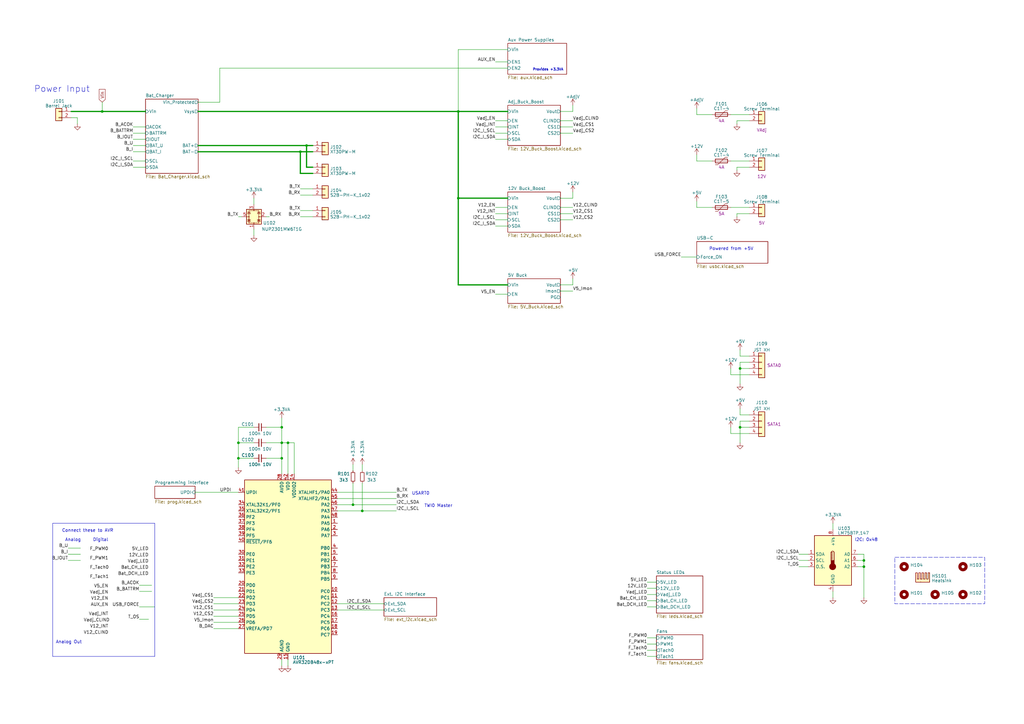
<source format=kicad_sch>
(kicad_sch (version 20230121) (generator eeschema)
  (paper "A3")
  (lib_symbols
    (symbol "+12V_1" (power) (pin_names (offset 0))
      (property "Value" "+AdjV" (at 0 3.5019 0))
      (symbol "+12V_1_0_1"
        (polyline (pts (xy -0.762 1.27) (xy 0 2.54)))
        (polyline (pts (xy 0 0) (xy 0 2.54)))
        (polyline (pts (xy 0 2.54) (xy 0.762 1.27)))
      )
      (symbol "+12V_1_1_1"
        (pin power_in line (at 0 0 90) (length 0) hide (name "+AdjV") (number "1"))
      )
    )
    (symbol "Connector_Generic:Conn_01x02" (pin_names (offset 1.016) hide)
      (property "Reference" "J" (at 0 2.54 0))
      (property "Value" "Conn_01x02" (at 0 -5.08 0))
      (symbol "Conn_01x02_1_1"
        (rectangle (start -1.27 -2.413) (end 0 -2.667) (stroke (width 0.1524)))
        (rectangle (start -1.27 0.127) (end 0 -0.127) (stroke (width 0.1524)))
        (rectangle (start -1.27 1.27) (end 1.27 -3.81) (stroke (width 0.254)) (fill (type background)))
        (pin passive line (at -5.08 0 0) (length 3.81) (name "Pin_1") (number "1"))
        (pin passive line (at -5.08 -2.54 0) (length 3.81) (name "Pin_2") (number "2"))
      )
    )
    (symbol "Connector_Generic:Conn_01x04" (pin_names (offset 1.016) hide)
      (property "Reference" "J" (at 0 5.08 0))
      (property "Value" "Conn_01x04" (at 0 -7.62 0))
      (symbol "Conn_01x04_1_1"
        (rectangle (start -1.27 -4.953) (end 0 -5.207) (stroke (width 0.1524)))
        (rectangle (start -1.27 -2.413) (end 0 -2.667) (stroke (width 0.1524)))
        (rectangle (start -1.27 0.127) (end 0 -0.127) (stroke (width 0.1524)))
        (rectangle (start -1.27 2.667) (end 0 2.413) (stroke (width 0.1524)))
        (rectangle (start -1.27 3.81) (end 1.27 -6.35) (stroke (width 0.254)) (fill (type background)))
        (pin passive line (at -5.08 2.54 0) (length 3.81) (name "Pin_1") (number "1"))
        (pin passive line (at -5.08 0 0) (length 3.81) (name "Pin_2") (number "2"))
        (pin passive line (at -5.08 -2.54 0) (length 3.81) (name "Pin_3") (number "3"))
        (pin passive line (at -5.08 -5.08 0) (length 3.81) (name "Pin_4") (number "4"))
      )
    )
    (symbol "Device:C_Small" (pin_numbers hide) (pin_names (offset 0.254) hide)
      (property "Reference" "C" (at 0.254 1.778 0))
      (property "Value" "C_Small" (at 0.254 -2.032 0))
      (symbol "C_Small_0_1"
        (polyline (pts (xy -1.524 -0.508) (xy 1.524 -0.508)) (stroke (width 0.3302)))
        (polyline (pts (xy -1.524 0.508) (xy 1.524 0.508)) (stroke (width 0.3048)))
      )
      (symbol "C_Small_1_1"
        (pin passive line (at 0 2.54 270) (length 2.032) (name "~") (number "1"))
        (pin passive line (at 0 -2.54 90) (length 2.032) (name "~") (number "2"))
      )
    )
    (symbol "Device:Polyfuse" (pin_numbers hide) (pin_names (offset 0))
      (property "Reference" "F" (at -2.54 0 90))
      (property "Value" "Polyfuse" (at 2.54 0 90))
      (symbol "Polyfuse_0_1"
        (rectangle (start -0.762 2.54) (end 0.762 -2.54) (stroke (width 0.254)))
        (polyline (pts (xy 0 2.54) (xy 0 -2.54)))
        (polyline (pts (xy -1.524 2.54) (xy -1.524 1.524) (xy 1.524 -1.524) (xy 1.524 -2.54)))
      )
      (symbol "Polyfuse_1_1"
        (pin passive line (at 0 3.81 270) (length 1.27) (name "~") (number "1"))
        (pin passive line (at 0 -3.81 90) (length 1.27) (name "~") (number "2"))
      )
    )
    (symbol "Device:R_Small" (pin_numbers hide) (pin_names (offset 0.254) hide)
      (property "Reference" "R" (at 0.762 0.508 0))
      (property "Value" "R_Small" (at 0.762 -1.016 0))
      (symbol "R_Small_0_1"
        (rectangle (start -0.762 1.778) (end 0.762 -1.778) (stroke (width 0.2032)))
      )
      (symbol "R_Small_1_1"
        (pin passive line (at 0 2.54 270) (length 0.762) (name "~") (number "1"))
        (pin passive line (at 0 -2.54 90) (length 0.762) (name "~") (number "2"))
      )
    )
    (symbol "MCU_Microchip_AVR_Dx:AVR32DB48x-xPT"
      (property "Reference" "U" (at -17.78 36.83 0))
      (property "Value" "AVR32DB48x-xPT" (at 5.08 -36.83 0))
      (symbol "AVR32DB48x-xPT_0_1"
        (rectangle (start -17.78 35.56) (end 17.78 -35.56) (stroke (width 0.254)) (fill (type background)))
      )
      (symbol "AVR32DB48x-xPT_1_1"
        (pin bidirectional line (at 20.32 17.78 180) (length 2.54) (name "PA5") (number "1"))
        (pin bidirectional line (at 20.32 -10.16 180) (length 2.54) (name "PC0") (number "10"))
        (pin bidirectional line (at 20.32 -12.7 180) (length 2.54) (name "PC1") (number "11"))
        (pin bidirectional line (at 20.32 -15.24 180) (length 2.54) (name "PC2") (number "12"))
        (pin bidirectional line (at 20.32 -17.78 180) (length 2.54) (name "PC3") (number "13"))
        (pin power_in line (at 2.54 38.1 270) (length 2.54) (name "VDDIO2") (number "14"))
        (pin power_in line (at 0 -38.1 90) (length 2.54) (name "GND") (number "15"))
        (pin bidirectional line (at 20.32 -20.32 180) (length 2.54) (name "PC4") (number "16"))
        (pin bidirectional line (at 20.32 -22.86 180) (length 2.54) (name "PC5") (number "17"))
        (pin bidirectional line (at 20.32 -25.4 180) (length 2.54) (name "PC6") (number "18"))
        (pin bidirectional line (at 20.32 -27.94 180) (length 2.54) (name "PC7") (number "19"))
        (pin bidirectional line (at 20.32 15.24 180) (length 2.54) (name "PA6") (number "2"))
        (pin bidirectional line (at -20.32 -7.62 0) (length 2.54) (name "PD0") (number "20"))
        (pin bidirectional line (at -20.32 -10.16 0) (length 2.54) (name "PD1") (number "21"))
        (pin bidirectional line (at -20.32 -12.7 0) (length 2.54) (name "PD2") (number "22"))
        (pin bidirectional line (at -20.32 -15.24 0) (length 2.54) (name "PD3") (number "23"))
        (pin bidirectional line (at -20.32 -17.78 0) (length 2.54) (name "PD4") (number "24"))
        (pin bidirectional line (at -20.32 -20.32 0) (length 2.54) (name "PD5") (number "25"))
        (pin bidirectional line (at -20.32 -22.86 0) (length 2.54) (name "PD6") (number "26"))
        (pin bidirectional line (at -20.32 -25.4 0) (length 2.54) (name "VREFA/PD7") (number "27"))
        (pin power_in line (at -2.54 38.1 270) (length 2.54) (name "AVDD") (number "28"))
        (pin power_in line (at -2.54 -38.1 90) (length 2.54) (name "AGND") (number "29"))
        (pin bidirectional line (at 20.32 12.7 180) (length 2.54) (name "PA7") (number "3"))
        (pin bidirectional line (at -20.32 5.08 0) (length 2.54) (name "PE0") (number "30"))
        (pin bidirectional line (at -20.32 2.54 0) (length 2.54) (name "PE1") (number "31"))
        (pin bidirectional line (at -20.32 0 0) (length 2.54) (name "PE2") (number "32"))
        (pin bidirectional line (at -20.32 -2.54 0) (length 2.54) (name "PE3") (number "33"))
        (pin bidirectional line (at -20.32 25.4 0) (length 2.54) (name "XTAL32K1/PF0") (number "34"))
        (pin bidirectional line (at -20.32 22.86 0) (length 2.54) (name "XTAL32K2/PF1") (number "35"))
        (pin bidirectional line (at -20.32 20.32 0) (length 2.54) (name "PF2") (number "36"))
        (pin bidirectional line (at -20.32 17.78 0) (length 2.54) (name "PF3") (number "37"))
        (pin bidirectional line (at -20.32 15.24 0) (length 2.54) (name "PF4") (number "38"))
        (pin bidirectional line (at -20.32 12.7 0) (length 2.54) (name "PF5") (number "39"))
        (pin bidirectional line (at 20.32 7.62 180) (length 2.54) (name "PB0") (number "4"))
        (pin bidirectional line (at -20.32 10.16 0) (length 2.54) (name "~{RESET}/PF6") (number "40"))
        (pin input line (at -20.32 30.48 0) (length 2.54) (name "UPDI") (number "41"))
        (pin power_in line (at 0 38.1 270) (length 2.54) (name "VDD") (number "42"))
        (pin passive line (at 0 -38.1 90) (length 2.54) hide (name "GND") (number "43"))
        (pin bidirectional line (at 20.32 30.48 180) (length 2.54) (name "XTALHF1/PA0") (number "44"))
        (pin bidirectional line (at 20.32 27.94 180) (length 2.54) (name "XTALHF2/PA1") (number "45"))
        (pin bidirectional line (at 20.32 25.4 180) (length 2.54) (name "PA2") (number "46"))
        (pin bidirectional line (at 20.32 22.86 180) (length 2.54) (name "PA3") (number "47"))
        (pin bidirectional line (at 20.32 20.32 180) (length 2.54) (name "PA4") (number "48"))
        (pin bidirectional line (at 20.32 5.08 180) (length 2.54) (name "PB1") (number "5"))
        (pin bidirectional line (at 20.32 2.54 180) (length 2.54) (name "PB2") (number "6"))
        (pin bidirectional line (at 20.32 0 180) (length 2.54) (name "PB3") (number "7"))
        (pin bidirectional line (at 20.32 -2.54 180) (length 2.54) (name "PB4") (number "8"))
        (pin bidirectional line (at 20.32 -5.08 180) (length 2.54) (name "PB5") (number "9"))
      )
    )
    (symbol "Mechanical:Heatsink" (pin_names (offset 1.016))
      (property "Reference" "HS" (at 0 5.08 0))
      (property "Value" "Heatsink" (at 0 -1.27 0))
      (symbol "Heatsink_0_1"
        (polyline (pts (xy -0.3302 1.27) (xy -0.9652 1.27) (xy -0.9652 3.81) (xy -1.6002 3.81) (xy -1.6002 1.27) (xy -2.2352 1.27) (xy -2.2352 3.81) (xy -2.8702 3.81) (xy -2.8702 0) (xy -0.9652 0)) (stroke (width 0.254)) (fill (type background)))
        (polyline (pts (xy -0.3302 1.27) (xy -0.3302 3.81) (xy 0.3048 3.81) (xy 0.3048 1.27) (xy 0.9398 1.27) (xy 0.9398 3.81) (xy 1.5748 3.81) (xy 1.5748 1.27) (xy 2.2098 1.27) (xy 2.2098 3.81) (xy 2.8448 3.81) (xy 2.8448 0) (xy -0.9652 0)) (stroke (width 0.254)) (fill (type background)))
      )
    )
    (symbol "Mechanical:MountingHole" (pin_names (offset 1.016))
      (property "Reference" "H" (at 0 5.08 0))
      (property "Value" "MountingHole" (at 0 3.175 0))
      (symbol "MountingHole_0_1"
        (circle (center 0 0) (radius 1.27) (stroke (width 1.27)))
      )
    )
    (symbol "OpenUPS_ups:NUP2301MW6T1G"
      (property "Reference" "U" (at 2.54 1.27 0))
      (property "Value" "NUP2301MW6T1G" (at 8.89 -8.89 0))
      (symbol "NUP2301MW6T1G_0_1"
        (rectangle (start -3.048 -0.762) (end 3.048 -6.858) (stroke (width 0.254)) (fill (type background)))
        (circle (center -2.032 -3.81) (radius 0.127))
        (circle (center -2.032 -3.81) (radius 0.127))
        (circle (center 0 -6.35) (radius 0.127))
        (circle (center 0 -1.27) (radius 0.127))
        (polyline (pts (xy -2.667 -5.08) (xy -1.397 -5.08)))
        (polyline (pts (xy -2.667 -5.08) (xy -1.397 -5.08)))
        (polyline (pts (xy -2.667 -1.905) (xy -1.397 -1.905)))
        (polyline (pts (xy -2.54 -3.81) (xy -2.032 -3.81)))
        (polyline (pts (xy -2.032 -6.35) (xy -2.032 -4.445)))
        (polyline (pts (xy -2.032 -6.35) (xy -2.032 -4.445)))
        (polyline (pts (xy -2.032 -3.175) (xy -2.032 -4.445)))
        (polyline (pts (xy -2.032 -3.175) (xy -2.032 -1.27)))
        (polyline (pts (xy -2.032 -1.27) (xy 2.032 -1.27)))
        (polyline (pts (xy 1.397 -5.08) (xy 2.667 -5.08)))
        (polyline (pts (xy 1.397 -5.08) (xy 2.667 -5.08)))
        (polyline (pts (xy 1.397 -1.905) (xy 2.667 -1.905)))
        (polyline (pts (xy 2.032 -6.35) (xy -2.032 -6.35)))
        (polyline (pts (xy 2.032 -6.35) (xy 2.032 -4.445)))
        (polyline (pts (xy 2.032 -6.35) (xy 2.032 -4.445)))
        (polyline (pts (xy 2.032 -3.81) (xy 2.54 -3.81)))
        (polyline (pts (xy 2.032 -3.175) (xy 2.032 -4.445)))
        (polyline (pts (xy 2.032 -3.175) (xy 2.032 -1.27)))
        (polyline (pts (xy -2.667 -5.715) (xy -1.397 -5.715) (xy -2.032 -5.08) (xy -2.667 -5.715)))
        (polyline (pts (xy -2.667 -2.54) (xy -1.397 -2.54) (xy -2.032 -1.905) (xy -2.667 -2.54)))
        (polyline (pts (xy 1.397 -5.715) (xy 2.667 -5.715) (xy 2.032 -5.08) (xy 1.397 -5.715)))
        (polyline (pts (xy 1.397 -2.54) (xy 2.667 -2.54) (xy 2.032 -1.905) (xy 1.397 -2.54)))
        (circle (center 2.032 -3.81) (radius 0.127))
        (circle (center 2.032 -3.81) (radius 0.127))
      )
      (symbol "NUP2301MW6T1G_1_1"
        (pin passive line (at 0 -8.89 90) (length 2.54) (name "~") (number "1"))
        (pin passive line (at -5.08 -3.81 0) (length 2.54) (name "~") (number "2"))
        (pin passive line (at 0 1.27 270) (length 2.54) (name "~") (number "3"))
        (pin no_connect line (at 1.27 -1.27 270) (length 2.54) hide (name "~") (number "4"))
        (pin passive line (at 5.08 -3.81 180) (length 2.54) (name "~") (number "5"))
        (pin no_connect line (at 0 -6.35 90) (length 2.54) hide (name "~") (number "6"))
      )
    )
    (symbol "Sensor_Temperature:LM75B"
      (property "Reference" "U" (at -6.35 11.43 0))
      (property "Value" "LM75B" (at 0 11.43 0))
      (symbol "LM75B_0_1"
        (rectangle (start -7.62 10.16) (end 7.62 -10.16) (stroke (width 0.254)) (fill (type background)))
        (circle (center -0.127 -2.54) (radius 1.27) (stroke (width 0.254)) (fill (type outline)))
        (polyline (pts (xy -0.762 0.635) (xy -0.127 0.635)) (stroke (width 0.254)))
        (polyline (pts (xy -0.762 1.27) (xy -0.127 1.27)) (stroke (width 0.254)))
        (polyline (pts (xy -0.762 1.905) (xy -0.127 1.905)) (stroke (width 0.254)))
        (polyline (pts (xy -0.762 2.54) (xy -0.127 2.54)) (stroke (width 0.254)))
        (polyline (pts (xy -0.762 3.175) (xy -0.762 0)) (stroke (width 0.254)))
        (polyline (pts (xy -0.762 3.175) (xy -0.127 3.175)) (stroke (width 0.254)))
        (polyline (pts (xy 0.508 3.175) (xy 0.508 0)) (stroke (width 0.254)))
        (rectangle (start 0.508 -1.905) (end -0.762 0) (stroke (width 0.254)) (fill (type outline)))
        (arc (start 0.508 3.175) (mid -0.127 3.8073) (end -0.762 3.175) (stroke (width 0.254)))
      )
      (symbol "LM75B_1_1"
        (pin bidirectional line (at -10.16 2.54 0) (length 2.54) (name "SDA") (number "1"))
        (pin input line (at -10.16 0 0) (length 2.54) (name "SCL") (number "2"))
        (pin open_collector line (at -10.16 -2.54 0) (length 2.54) (name "O.S.") (number "3"))
        (pin power_in line (at 0 -12.7 90) (length 2.54) (name "GND") (number "4"))
        (pin input line (at 10.16 -2.54 180) (length 2.54) (name "A2") (number "5"))
        (pin input line (at 10.16 0 180) (length 2.54) (name "A1") (number "6"))
        (pin input line (at 10.16 2.54 180) (length 2.54) (name "A0") (number "7"))
        (pin power_in line (at 0 12.7 270) (length 2.54) (name "+Vs") (number "8"))
      )
    )
    (symbol "power:+12V" (power) (pin_names (offset 0))
      (property "Value" "+12V" (at 0 3.556 0))
      (symbol "+12V_0_1"
        (polyline (pts (xy -0.762 1.27) (xy 0 2.54)))
        (polyline (pts (xy 0 0) (xy 0 2.54)))
        (polyline (pts (xy 0 2.54) (xy 0.762 1.27)))
      )
      (symbol "+12V_1_1"
        (pin power_in line (at 0 0 90) (length 0) hide (name "+12V") (number "1"))
      )
    )
    (symbol "power:+3.3VA" (power) (pin_names (offset 0))
      (property "Value" "+3.3VA" (at 0 3.556 0))
      (symbol "+3.3VA_0_1"
        (polyline (pts (xy -0.762 1.27) (xy 0 2.54)))
        (polyline (pts (xy 0 0) (xy 0 2.54)))
        (polyline (pts (xy 0 2.54) (xy 0.762 1.27)))
      )
      (symbol "+3.3VA_1_1"
        (pin power_in line (at 0 0 90) (length 0) hide (name "+3.3VA") (number "1"))
      )
    )
    (symbol "power:+5V" (power) (pin_names (offset 0))
      (property "Value" "+5V" (at 0 3.556 0))
      (symbol "+5V_0_1"
        (polyline (pts (xy -0.762 1.27) (xy 0 2.54)))
        (polyline (pts (xy 0 0) (xy 0 2.54)))
        (polyline (pts (xy 0 2.54) (xy 0.762 1.27)))
      )
      (symbol "+5V_1_1"
        (pin power_in line (at 0 0 90) (length 0) hide (name "+5V") (number "1"))
      )
    )
    (symbol "power:GND" (power) (pin_names (offset 0))
      (property "Value" "GND" (at 0 -3.81 0))
      (symbol "GND_0_1"
        (polyline (pts (xy 0 0) (xy 0 -1.27) (xy 1.27 -1.27) (xy 0 -2.54) (xy -1.27 -1.27) (xy 0 -1.27)))
      )
      (symbol "GND_1_1"
        (pin power_in line (at 0 0 270) (length 0) hide (name "GND") (number "1"))
      )
    )
  )
  (junction (at 148.59 209.55))
  (junction (at 354.33 232.41))
  (junction (at 115.57 181.61))
  (junction (at 97.79 181.61))
  (junction (at 144.78 207.01))
  (junction (at 97.79 187.96))
  (junction (at 41.91 45.72))
  (junction (at 187.96 45.72))
  (junction (at 303.53 151.13))
  (junction (at 354.33 229.87))
  (junction (at 303.53 175.26))
  (junction (at 187.96 81.28))
  (junction (at 115.57 187.96))
  (junction (at 115.57 175.26))
  (junction (at 118.11 181.61))
  (junction (at 125.73 59.69))
  (junction (at 123.19 62.23))
  (wire (pts (xy 87.63 257.81) (xy 97.79 257.81)))
  (wire (pts (xy 87.63 250.19) (xy 97.79 250.19)))
  (wire (pts (xy 187.96 45.72) (xy 208.28 45.72)) (stroke (width 0.5)))
  (wire (pts (xy 351.79 229.87) (xy 354.33 229.87)))
  (wire (pts (xy 123.19 80.01) (xy 128.27 80.01)))
  (wire (pts (xy 208.28 116.84) (xy 187.96 116.84)) (stroke (width 0.5)))
  (wire (pts (xy 354.33 232.41) (xy 354.33 245.11)))
  (wire (pts (xy 208.28 81.28) (xy 187.96 81.28)) (stroke (width 0.5)))
  (wire (pts (xy 54.61 62.23) (xy 59.69 62.23)))
  (wire (pts (xy 81.28 59.69) (xy 125.73 59.69)) (stroke (width 0.5)))
  (wire (pts (xy 123.19 62.23) (xy 128.27 62.23)) (stroke (width 0.5)))
  (wire (pts (xy 203.2 49.53) (xy 208.28 49.53)))
  (wire (pts (xy 203.2 87.63) (xy 208.28 87.63)))
  (wire (pts (xy 148.59 198.12) (xy 148.59 209.55)))
  (wire (pts (xy 234.95 78.74) (xy 234.95 81.28)))
  (wire (pts (xy 87.63 245.11) (xy 97.79 245.11)))
  (wire (pts (xy 54.61 52.07) (xy 59.69 52.07)))
  (wire (pts (xy 104.14 175.26) (xy 97.79 175.26)))
  (wire (pts (xy 41.91 41.91) (xy 41.91 45.72)))
  (wire (pts (xy 265.43 241.3) (xy 269.24 241.3)))
  (wire (pts (xy 90.17 41.91) (xy 90.17 27.94)))
  (wire (pts (xy 138.43 204.47) (xy 162.56 204.47)))
  (wire (pts (xy 138.43 247.65) (xy 157.48 247.65)))
  (wire (pts (xy 303.53 170.18) (xy 303.53 167.64)))
  (wire (pts (xy 265.43 248.92) (xy 269.24 248.92)))
  (wire (pts (xy 265.43 243.84) (xy 269.24 243.84)))
  (wire (pts (xy 341.63 214.63) (xy 341.63 217.17)))
  (wire (pts (xy 54.61 66.04) (xy 59.69 66.04)))
  (wire (pts (xy 54.61 68.58) (xy 59.69 68.58)))
  (wire (pts (xy 303.53 148.59) (xy 303.53 151.13)))
  (wire (pts (xy 27.94 227.33) (xy 33.02 227.33)))
  (wire (pts (xy 120.65 181.61) (xy 120.65 194.31)))
  (wire (pts (xy 351.79 227.33) (xy 354.33 227.33)))
  (wire (pts (xy 307.34 87.63) (xy 302.26 87.63)))
  (wire (pts (xy 229.87 119.38) (xy 234.95 119.38)))
  (wire (pts (xy 303.53 151.13) (xy 303.53 157.48)))
  (wire (pts (xy 109.22 187.96) (xy 115.57 187.96)))
  (wire (pts (xy 234.95 87.63) (xy 229.87 87.63)))
  (wire (pts (xy 187.96 116.84) (xy 187.96 81.28)) (stroke (width 0.5)))
  (wire (pts (xy 148.59 209.55) (xy 162.56 209.55)))
  (wire (pts (xy 138.43 250.19) (xy 157.48 250.19)))
  (wire (pts (xy 148.59 190.5) (xy 148.59 193.04)))
  (wire (pts (xy 27.94 229.87) (xy 33.02 229.87)))
  (wire (pts (xy 302.26 68.58) (xy 302.26 69.85)))
  (wire (pts (xy 203.2 92.71) (xy 208.28 92.71)))
  (wire (pts (xy 307.34 66.04) (xy 299.72 66.04)))
  (wire (pts (xy 265.43 264.16) (xy 269.24 264.16)))
  (wire (pts (xy 327.66 232.41) (xy 331.47 232.41)))
  (wire (pts (xy 307.34 49.53) (xy 302.26 49.53)))
  (wire (pts (xy 125.73 68.58) (xy 125.73 59.69)) (stroke (width 0.5)))
  (wire (pts (xy 123.19 88.9) (xy 128.27 88.9)))
  (wire (pts (xy 120.65 181.61) (xy 118.11 181.61)))
  (wire (pts (xy 299.72 151.13) (xy 299.72 153.67)))
  (wire (pts (xy 31.75 48.26) (xy 31.75 50.8)))
  (wire (pts (xy 104.14 93.98) (xy 104.14 96.52)))
  (wire (pts (xy 57.15 248.92) (xy 63.5 248.92)))
  (wire (pts (xy 234.95 85.09) (xy 229.87 85.09)))
  (wire (pts (xy 203.2 25.4) (xy 208.28 25.4)))
  (wire (pts (xy 269.24 266.7) (xy 265.43 266.7)))
  (wire (pts (xy 234.95 114.3) (xy 234.95 116.84)))
  (wire (pts (xy 118.11 270.51) (xy 118.11 273.05)))
  (wire (pts (xy 57.15 240.03) (xy 62.23 240.03)))
  (wire (pts (xy 27.94 224.79) (xy 33.02 224.79)))
  (wire (pts (xy 125.73 59.69) (xy 128.27 59.69)) (stroke (width 0.5)))
  (wire (pts (xy 123.19 71.12) (xy 123.19 62.23)) (stroke (width 0.5)))
  (wire (pts (xy 208.28 20.32) (xy 187.96 20.32)))
  (wire (pts (xy 265.43 261.62) (xy 269.24 261.62)))
  (wire (pts (xy 104.14 81.28) (xy 104.14 83.82)))
  (wire (pts (xy 234.95 52.07) (xy 229.87 52.07)))
  (wire (pts (xy 115.57 181.61) (xy 118.11 181.61)))
  (wire (pts (xy 109.22 88.9) (xy 110.49 88.9)))
  (wire (pts (xy 307.34 153.67) (xy 299.72 153.67)))
  (wire (pts (xy 128.27 68.58) (xy 125.73 68.58)) (stroke (width 0.5)))
  (wire (pts (xy 138.43 207.01) (xy 144.78 207.01)))
  (wire (pts (xy 351.79 232.41) (xy 354.33 232.41)))
  (wire (pts (xy 81.28 62.23) (xy 123.19 62.23)) (stroke (width 0.5)))
  (wire (pts (xy 144.78 207.01) (xy 162.56 207.01)))
  (wire (pts (xy 307.34 68.58) (xy 302.26 68.58)))
  (wire (pts (xy 104.14 181.61) (xy 97.79 181.61)))
  (wire (pts (xy 97.79 187.96) (xy 97.79 191.77)))
  (wire (pts (xy 307.34 151.13) (xy 303.53 151.13)))
  (wire (pts (xy 354.33 229.87) (xy 354.33 232.41)))
  (wire (pts (xy 87.63 252.73) (xy 97.79 252.73)))
  (wire (pts (xy 123.19 86.36) (xy 128.27 86.36)))
  (wire (pts (xy 54.61 57.15) (xy 59.69 57.15)))
  (wire (pts (xy 187.96 20.32) (xy 187.96 45.72)))
  (wire (pts (xy 269.24 269.24) (xy 265.43 269.24)))
  (wire (pts (xy 327.66 227.33) (xy 331.47 227.33)))
  (wire (pts (xy 104.14 187.96) (xy 97.79 187.96)))
  (wire (pts (xy 302.26 49.53) (xy 302.26 50.8)))
  (wire (pts (xy 234.95 90.17) (xy 229.87 90.17)))
  (wire (pts (xy 29.21 48.26) (xy 31.75 48.26)))
  (wire (pts (xy 265.43 246.38) (xy 269.24 246.38)))
  (wire (pts (xy 307.34 85.09) (xy 299.72 85.09)))
  (wire (pts (xy 327.66 229.87) (xy 331.47 229.87)))
  (wire (pts (xy 307.34 175.26) (xy 303.53 175.26)))
  (wire (pts (xy 285.75 82.55) (xy 285.75 85.09)))
  (wire (pts (xy 303.53 175.26) (xy 303.53 181.61)))
  (wire (pts (xy 307.34 46.99) (xy 299.72 46.99)))
  (wire (pts (xy 118.11 181.61) (xy 118.11 194.31)))
  (wire (pts (xy 302.26 87.63) (xy 302.26 88.9)))
  (wire (pts (xy 234.95 54.61) (xy 229.87 54.61)))
  (wire (pts (xy 307.34 172.72) (xy 303.53 172.72)))
  (wire (pts (xy 307.34 170.18) (xy 303.53 170.18)))
  (wire (pts (xy 115.57 175.26) (xy 115.57 181.61)))
  (wire (pts (xy 285.75 44.45) (xy 285.75 46.99)))
  (wire (pts (xy 234.95 116.84) (xy 229.87 116.84)))
  (wire (pts (xy 41.91 45.72) (xy 59.69 45.72)) (stroke (width 0.5)))
  (wire (pts (xy 115.57 181.61) (xy 115.57 187.96)))
  (wire (pts (xy 29.21 45.72) (xy 41.91 45.72)) (stroke (width 0.5)))
  (wire (pts (xy 292.1 46.99) (xy 285.75 46.99)))
  (wire (pts (xy 203.2 54.61) (xy 208.28 54.61)))
  (wire (pts (xy 307.34 146.05) (xy 303.53 146.05)))
  (wire (pts (xy 138.43 201.93) (xy 162.56 201.93)))
  (wire (pts (xy 81.28 45.72) (xy 187.96 45.72)) (stroke (width 0.5)))
  (wire (pts (xy 203.2 90.17) (xy 208.28 90.17)))
  (wire (pts (xy 57.15 242.57) (xy 62.23 242.57)))
  (wire (pts (xy 81.28 41.91) (xy 90.17 41.91)))
  (wire (pts (xy 234.95 49.53) (xy 229.87 49.53)))
  (wire (pts (xy 123.19 77.47) (xy 128.27 77.47)))
  (wire (pts (xy 54.61 59.69) (xy 59.69 59.69)))
  (wire (pts (xy 144.78 198.12) (xy 144.78 207.01)))
  (wire (pts (xy 292.1 85.09) (xy 285.75 85.09)))
  (wire (pts (xy 203.2 57.15) (xy 208.28 57.15)))
  (wire (pts (xy 203.2 120.65) (xy 208.28 120.65)))
  (wire (pts (xy 115.57 171.45) (xy 115.57 175.26)))
  (wire (pts (xy 97.79 88.9) (xy 99.06 88.9)))
  (wire (pts (xy 80.01 201.93) (xy 97.79 201.93)))
  (wire (pts (xy 203.2 85.09) (xy 208.28 85.09)))
  (wire (pts (xy 128.27 71.12) (xy 123.19 71.12)) (stroke (width 0.5)))
  (wire (pts (xy 87.63 247.65) (xy 97.79 247.65)))
  (wire (pts (xy 234.95 81.28) (xy 229.87 81.28)))
  (wire (pts (xy 203.2 52.07) (xy 208.28 52.07)))
  (wire (pts (xy 97.79 175.26) (xy 97.79 181.61)))
  (wire (pts (xy 292.1 66.04) (xy 285.75 66.04)))
  (wire (pts (xy 234.95 45.72) (xy 229.87 45.72)))
  (wire (pts (xy 279.4 105.41) (xy 285.75 105.41)))
  (wire (pts (xy 285.75 66.04) (xy 285.75 63.5)))
  (wire (pts (xy 303.53 146.05) (xy 303.53 143.51)))
  (wire (pts (xy 109.22 181.61) (xy 115.57 181.61)))
  (wire (pts (xy 115.57 187.96) (xy 115.57 194.31)))
  (wire (pts (xy 115.57 270.51) (xy 115.57 273.05)))
  (wire (pts (xy 57.15 254) (xy 60.96 254)))
  (wire (pts (xy 109.22 175.26) (xy 115.57 175.26)))
  (wire (pts (xy 138.43 209.55) (xy 148.59 209.55)))
  (wire (pts (xy 90.17 27.94) (xy 208.28 27.94)))
  (wire (pts (xy 307.34 148.59) (xy 303.53 148.59)))
  (wire (pts (xy 144.78 190.5) (xy 144.78 193.04)))
  (wire (pts (xy 97.79 181.61) (xy 97.79 187.96)))
  (wire (pts (xy 354.33 227.33) (xy 354.33 229.87)))
  (wire (pts (xy 87.63 255.27) (xy 97.79 255.27)))
  (wire (pts (xy 187.96 45.72) (xy 187.96 81.28)) (stroke (width 0.5)))
  (wire (pts (xy 341.63 242.57) (xy 341.63 245.11)))
  (wire (pts (xy 54.61 54.61) (xy 59.69 54.61)))
  (wire (pts (xy 303.53 172.72) (xy 303.53 175.26)))
  (wire (pts (xy 265.43 238.76) (xy 269.24 238.76)))
  (wire (pts (xy 307.34 177.8) (xy 299.72 177.8)))
  (wire (pts (xy 299.72 175.26) (xy 299.72 177.8)))
  (wire (pts (xy 234.95 43.18) (xy 234.95 45.72)))
  (rectangle (start 21.59 214.63) (end 63.5 269.24))
  (rectangle (start 367.03 228.6) (end 403.86 247.65) (stroke (width 0) (type dash)))
  (text "Analog Out" (at 22.86 264.16 0) (effects (font (size 1.27 1.27)) (justify left bottom)))
  (text "TWI0 Master" (at 173.99 208.28 0) (effects (font (size 1.27 1.27)) (justify left bottom)))
  (text "Provides +3.3VA" (at 231.14 29.21 0) (effects (font (size 1 1) bold) (justify right bottom)))
  (text "Power Input" (at 13.97 38.1 0) (effects (font (size 2.54 2.54)) (justify left bottom)))
  (text "Connect these to AVR" (at 25.4 218.44 0) (effects (font (size 1.27 1.27)) (justify left bottom)))
  (text "Analog" (at 26.67 222.25 0) (effects (font (size 1.27 1.27)) (justify left bottom)))
  (text "USART0" (at 168.91 203.2 0) (effects (font (size 1.27 1.27)) (justify left bottom)))
  (text "Powered from +5V" (at 290.83 102.87 0) (effects (font (size 1.27 1.27)) (justify left bottom)))
  (text "I2C: 0x48" (at 350.52 222.25 0) (effects (font (size 1.27 1.27)) (justify left bottom)))
  (text "Digital" (at 38.1 222.25 0) (effects (font (size 1.27 1.27)) (justify left bottom)))
  (label "B_RX" (at 162.56 204.47 0))
  (label "I2C_I_SDA" (at 203.2 92.71 180))
  (label "Vadj_CLIND" (at 34.29 255.27 0))
  (label "B_RX" (at 123.19 80.01 180))
  (label "12V_LED" (at 60.96 228.6 180))
  (label "USB_FORCE" (at 57.15 248.92 180))
  (label "V12_CLIND" (at 34.29 260.35 0))
  (label "Vadj_LED" (at 60.96 231.14 180))
  (label "USB_FORCE" (at 279.4 105.41 180))
  (label "B_BATTRM" (at 57.15 242.57 180))
  (label "B_BATTRM" (at 54.61 54.61 180))
  (label "Vadj_INT" (at 44.45 252.73 180))
  (label "I2C_E_SDA" (at 142.24 247.65 0))
  (label "Vadj_CLIND" (at 234.95 49.53 0))
  (label "I2C_I_SCL" (at 203.2 54.61 180))
  (label "I2C_I_SDA" (at 162.56 207.01 0))
  (label "Bat_DCH_LED" (at 265.43 248.92 180))
  (label "V12_CLIND" (at 234.95 85.09 0))
  (label "F_Tach0" (at 36.83 233.68 0))
  (label "B_DAC" (at 87.63 257.81 180))
  (label "5V_LED" (at 265.43 238.76 180))
  (label "I2C_I_SCL" (at 54.61 66.04 180))
  (label "I2C_E_SCL" (at 142.24 250.19 0))
  (label "V5_Imon" (at 87.63 255.27 180))
  (label "F_Tach0" (at 265.43 266.7 180))
  (label "B_U" (at 27.94 224.79 180))
  (label "F_PWM0" (at 44.45 226.06 180))
  (label "Bat_CH_LED" (at 265.43 246.38 180))
  (label "B_IOUT" (at 54.61 57.15 180))
  (label "V5_EN" (at 203.2 120.65 180))
  (label "V5_EN" (at 44.45 241.3 180))
  (label "B_ACOK" (at 57.15 240.03 180))
  (label "5V_LED" (at 60.96 226.06 180))
  (label "F_PWM0" (at 265.43 261.62 180))
  (label "Bat_CH_LED" (at 60.96 233.68 180))
  (label "T_OS" (at 57.15 254 180))
  (label "AUX_EN" (at 44.45 248.92 180))
  (label "B_ACOK" (at 54.61 52.07 180))
  (label "B_IOUT" (at 27.94 229.87 180))
  (label "B_I" (at 27.94 227.33 180))
  (label "Vadj_EN" (at 203.2 49.53 180))
  (label "I2C_I_SDA" (at 54.61 68.58 180))
  (label "Vadj_CS1" (at 87.63 245.11 180))
  (label "I2C_I_SDA" (at 203.2 57.15 180))
  (label "V12_CS2" (at 87.63 252.73 180))
  (label "Vadj_EN" (at 44.45 243.84 180))
  (label "V12_CS1" (at 234.95 87.63 0))
  (label "I2C_I_SDA" (at 327.66 227.33 180))
  (label "Vadj_CS2" (at 87.63 247.65 180))
  (label "F_Tach1" (at 36.83 237.49 0))
  (label "I2C_I_SCL" (at 203.2 90.17 180))
  (label "Bat_DCH_LED" (at 60.96 236.22 180))
  (label "V12_INT" (at 203.2 87.63 180))
  (label "B_TX" (at 123.19 86.36 180))
  (label "V12_CS2" (at 234.95 90.17 0))
  (label "B_TX" (at 123.19 77.47 180))
  (label "B_TX" (at 97.79 88.9 180))
  (label "12V_LED" (at 265.43 241.3 180))
  (label "T_OS" (at 327.66 232.41 180))
  (label "B_RX" (at 110.49 88.9 0))
  (label "Vadj_LED" (at 265.43 243.84 180))
  (label "Vadj_CS2" (at 234.95 54.61 0))
  (label "I2C_I_SCL" (at 162.56 209.55 0))
  (label "B_TX" (at 162.56 201.93 0))
  (label "AUX_EN" (at 203.2 25.4 180))
  (label "Vadj_INT" (at 203.2 52.07 180))
  (label "B_RX" (at 123.19 88.9 180))
  (label "Vadj_CS1" (at 234.95 52.07 0))
  (label "B_I" (at 54.61 62.23 180))
  (label "V12_EN" (at 44.45 246.38 180))
  (label "I2C_I_SCL" (at 327.66 229.87 180))
  (label "V12_CS1" (at 87.63 250.19 180))
  (label "F_Tach1" (at 265.43 269.24 180))
  (label "F_PWM1" (at 44.45 229.87 180))
  (label "F_PWM1" (at 265.43 264.16 180))
  (label "UPDI" (at 90.17 201.93 0))
  (label "V5_Imon" (at 234.95 119.38 0))
  (label "V12_EN" (at 203.2 85.09 180))
  (label "B_U" (at 54.61 59.69 180))
  (label "V12_INT" (at 44.45 257.81 180))
  (global_label "Vin" (shape input) (at 41.91 41.91 90) (property "Intersheetrefs" "${INTERSHEET_REFS}" (effects hide)))
  (symbol (lib_name "+12V_1") (lib_id "power:+12V") (at 285.75 44.45 0) (unit 1)
    (property "Reference" "#PWR0111" (effects hide))
    (property "Value" "+AdjV" (at 285.75 40.9481 0))
  )
  (symbol (lib_name "+12V_1") (lib_id "power:+12V") (at 234.95 43.18 0) (unit 1)
    (property "Reference" "#PWR0108" (effects hide))
    (property "Value" "+AdjV" (at 234.95 39.6781 0))
  )
  (symbol (lib_id "power:+5V") (at 285.75 82.55 0) (unit 1)
    (property "Reference" "#PWR0113" (effects hide))
    (property "Value" "+5V" (at 285.75 79.0481 0))
  )
  (symbol (lib_id "Connector_Generic:Conn_01x02") (at 312.42 46.99 0) (unit 1)
    (property "Reference" "J106" (at 312.42 42.7101 0))
    (property "Value" "Screw Terminal" (at 312.42 44.6311 0))
    (property "Footprint" "screw_term:691213710002" (effects hide))
    (property "Datasheet" "https://www.we-online.com/en/components/products/TBL_5_00_213_HORIZONTAL_ENTRY_MODULAR_69121371000X" (effects hide))
    (property "Label" "VAdj" (at 312.42 53.34 0))
  )
  (symbol (lib_id "power:+3.3VA") (at 144.78 190.5 0) (unit 1)
    (property "Reference" "#PWR0106" (effects hide))
    (property "Value" "+3.3VA" (at 144.78 184.15 90))
  )
  (symbol (lib_id "power:GND") (at 31.75 50.8 0) (unit 1)
    (property "Reference" "#PWR0101" (effects hide))
    (property "Value" "GND" (effects hide))
  )
  (symbol (lib_id "Device:R_Small") (at 144.78 195.58 180) (unit 1)
    (property "Reference" "R101" (at 140.97 194.31 0))
    (property "Value" "3k3" (at 140.97 196.85 0))
    (property "Footprint" "Resistor_SMD:R_0603_1608Metric" (effects hide))
  )
  (symbol (lib_id "Device:Polyfuse") (at 295.91 46.99 90) (unit 1)
    (property "Reference" "F101" (at 295.91 42.5831 90))
    (property "Value" "C1T-4" (at 295.91 44.5041 90))
    (property "Footprint" "Fuse:Fuse_1206_3216Metric" (effects hide))
    (property "Comment" "4A" (at 295.91 49.53 90))
  )
  (symbol (lib_id "Connector_Generic:Conn_01x02") (at 133.35 68.58 0) (unit 1)
    (property "Reference" "J103" (at 135.382 69.2063 0) (effects (justify left)))
    (property "Value" "XT30PW-M" (at 135.382 71.1273 0) (effects (justify left)))
    (property "Footprint" "Connector_AMASS:AMASS_XT30PW-M_1x02_P2.50mm_Horizontal" (effects hide))
  )
  (symbol (lib_id "power:GND") (at 302.26 88.9 0) (unit 1)
    (property "Reference" "#PWR0118" (effects hide))
    (property "Value" "GND" (effects hide))
  )
  (symbol (lib_id "Connector_Generic:Conn_01x02") (at 133.35 77.47 0) (unit 1)
    (property "Reference" "J104" (at 135.382 78.0963 0) (effects (justify left)))
    (property "Value" "S2B-PH-K_1x02" (at 135.382 80.0173 0) (effects (justify left)))
    (property "Footprint" "Connector_JST:JST_PH_S2B-PH-K_1x02_P2.00mm_Horizontal" (effects hide))
  )
  (symbol (lib_id "power:GND") (at 302.26 50.8 0) (unit 1)
    (property "Reference" "#PWR0116" (effects hide))
    (property "Value" "GND" (effects hide))
  )
  (symbol (lib_id "Mechanical:MountingHole") (at 383.54 243.84 0) (unit 1)
    (property "Reference" "H105" (at 386.08 243.1963 0) (effects (justify left)))
    (property "Value" "MountingHole" (effects hide))
    (property "Footprint" "MountingHole:MountingHole_3.2mm_M3_DIN965" (effects hide))
  )
  (symbol (lib_id "Mechanical:MountingHole") (at 370.84 232.41 0) (unit 1)
    (property "Reference" "H104" (at 373.38 231.7663 0) (effects (justify left)))
    (property "Value" "MountingHole" (effects hide))
    (property "Footprint" "MountingHole:MountingHole_3.2mm_M3_DIN965" (effects hide))
  )
  (symbol (lib_id "power:GND") (at 303.53 181.61 0) (unit 1)
    (property "Reference" "#PWR0122" (effects hide))
    (property "Value" "GND" (effects hide))
  )
  (symbol (lib_id "Sensor_Temperature:LM75B") (at 341.63 229.87 0) (unit 1)
    (property "Reference" "U103" (at 343.5859 216.7001 0) (effects (justify left)))
    (property "Value" "LM75BTP,147" (at 343.5859 218.6211 0) (effects (justify left)))
    (property "Footprint" "Package_SON:SON-8-1EP_3x2mm_P0.5mm_EP1.4x1.6mm" (effects hide))
    (property "Datasheet" "http://www.ti.com/lit/ds/symlink/lm75b.pdf" (effects hide))
  )
  (symbol (lib_id "Connector_Generic:Conn_01x02") (at 133.35 59.69 0) (unit 1)
    (property "Reference" "J102" (at 135.382 60.3163 0) (effects (justify left)))
    (property "Value" "XT30PW-M" (at 135.382 62.2373 0) (effects (justify left)))
    (property "Footprint" "Connector_AMASS:AMASS_XT30PW-M_1x02_P2.50mm_Horizontal" (effects hide))
  )
  (symbol (lib_id "OpenUPS_ups:NUP2301MW6T1G") (at 104.14 85.09 0) (mirror y) (unit 1)
    (property "Reference" "U102" (at 110.49 91.44 0))
    (property "Value" "NUP2301MW6T1G" (at 115.57 93.98 0))
    (property "Footprint" "Package_TO_SOT_SMD:SOT-363_SC-70-6" (effects hide))
    (property "Datasheet" "https://www.tme.eu/Document/58b5ad97e31b8cb20a2de836acc71031/NUP2301MW6T1G.PDF" (effects hide))
  )
  (symbol (lib_id "Connector_Generic:Conn_01x04") (at 312.42 172.72 0) (unit 1)
    (property "Reference" "J110" (at 312.42 165.1 0))
    (property "Value" "JST XH" (at 312.42 167.64 0))
    (property "Footprint" "Connector_JST:JST_XH_S4B-XH-A_1x04_P2.50mm_Horizontal" (effects hide))
    (property "Label" "SATA1" (at 317.5 173.99 0))
  )
  (symbol (lib_id "power:GND") (at 303.53 157.48 0) (unit 1)
    (property "Reference" "#PWR0120" (effects hide))
    (property "Value" "GND" (effects hide))
  )
  (symbol (lib_id "power:+3.3VA") (at 341.63 214.63 0) (unit 1)
    (property "Reference" "#PWR0125" (effects hide))
    (property "Value" "+3.3VA" (at 341.63 211.1281 0))
  )
  (symbol (lib_id "power:+3.3VA") (at 104.14 81.28 0) (unit 1)
    (property "Reference" "#PWR0124" (effects hide))
    (property "Value" "+3.3VA" (at 104.14 77.7781 0))
  )
  (symbol (lib_id "power:+12V") (at 234.95 78.74 0) (unit 1)
    (property "Reference" "#PWR0109" (effects hide))
    (property "Value" "+12V" (at 234.95 75.2381 0))
  )
  (symbol (lib_id "Connector_Generic:Conn_01x02") (at 312.42 85.09 0) (unit 1)
    (property "Reference" "J108" (at 312.42 80.8101 0))
    (property "Value" "Screw Terminal" (at 312.42 82.7311 0))
    (property "Footprint" "screw_term:691213710002" (effects hide))
    (property "Datasheet" "https://www.we-online.com/en/components/products/TBL_5_00_213_HORIZONTAL_ENTRY_MODULAR_69121371000X" (effects hide))
    (property "Label" "5V" (at 312.42 91.44 0))
  )
  (symbol (lib_id "power:+5V") (at 303.53 167.64 0) (unit 1)
    (property "Reference" "#PWR0121" (effects hide))
    (property "Value" "+5V" (at 303.53 164.1381 0))
  )
  (symbol (lib_id "power:GND") (at 97.79 191.77 0) (unit 1)
    (property "Reference" "#PWR0102" (effects hide))
    (property "Value" "GND" (effects hide))
  )
  (symbol (lib_id "Device:Polyfuse") (at 295.91 66.04 90) (unit 1)
    (property "Reference" "F102" (at 295.91 61.6331 90))
    (property "Value" "C1T-4" (at 295.91 63.5541 90))
    (property "Footprint" "Fuse:Fuse_1206_3216Metric" (effects hide))
    (property "Comment" "4A" (at 295.91 68.58 90))
  )
  (symbol (lib_id "power:GND") (at 341.63 245.11 0) (unit 1)
    (property "Reference" "#PWR0126" (effects hide))
    (property "Value" "GND" (effects hide))
  )
  (symbol (lib_id "power:GND") (at 302.26 69.85 0) (unit 1)
    (property "Reference" "#PWR0117" (effects hide))
    (property "Value" "GND" (effects hide))
  )
  (symbol (lib_id "power:+12V") (at 285.75 63.5 0) (unit 1)
    (property "Reference" "#PWR0112" (effects hide))
    (property "Value" "+12V" (at 285.75 59.9981 0))
  )
  (symbol (lib_id "MCU_Microchip_AVR_Dx:AVR32DB48x-xPT") (at 118.11 232.41 0) (unit 1)
    (property "Reference" "U101" (at 120.0659 269.6925 0) (effects (justify left)))
    (property "Value" "AVR32DB48x-xPT" (at 120.0659 271.6135 0) (effects (justify left)))
    (property "Footprint" "Package_QFP:TQFP-48_7x7mm_P0.5mm" (effects hide))
    (property "Datasheet" "https://ww1.microchip.com/downloads/en/DeviceDoc/AVR32DB28-32-48-DataSheet-DS40002301A.pdf" (effects hide))
  )
  (symbol (lib_id "power:GND") (at 118.11 273.05 0) (unit 1)
    (property "Reference" "#PWR0105" (effects hide))
    (property "Value" "GND" (effects hide))
  )
  (symbol (lib_id "Device:C_Small") (at 106.68 181.61 270) (mirror x) (unit 1)
    (property "Reference" "C102" (at 101.6 180.34 90))
    (property "Value" "100n 10V" (at 106.68 184.15 90))
    (property "Footprint" "Capacitor_SMD:C_0603_1608Metric" (effects hide))
  )
  (symbol (lib_id "Device:R_Small") (at 148.59 195.58 0) (mirror x) (unit 1)
    (property "Reference" "R102" (at 152.4 194.31 0))
    (property "Value" "3k3" (at 152.4 196.85 0))
    (property "Footprint" "Resistor_SMD:R_0603_1608Metric" (effects hide))
  )
  (symbol (lib_id "Device:C_Small") (at 106.68 187.96 270) (mirror x) (unit 1)
    (property "Reference" "C103" (at 101.6 186.69 90))
    (property "Value" "100n 10V" (at 106.68 190.5 90))
    (property "Footprint" "Capacitor_SMD:C_0603_1608Metric" (effects hide))
  )
  (symbol (lib_id "power:GND") (at 115.57 273.05 0) (unit 1)
    (property "Reference" "#PWR0104" (effects hide))
    (property "Value" "GND" (effects hide))
  )
  (symbol (lib_id "Device:C_Small") (at 106.68 175.26 270) (mirror x) (unit 1)
    (property "Reference" "C101" (at 101.6 173.99 90))
    (property "Value" "100n 10V" (at 106.68 177.8 90))
    (property "Footprint" "Capacitor_SMD:C_0603_1608Metric" (effects hide))
  )
  (symbol (lib_id "Connector_Generic:Conn_01x02") (at 133.35 86.36 0) (unit 1)
    (property "Reference" "J105" (at 135.382 86.9863 0) (effects (justify left)))
    (property "Value" "S2B-PH-K_1x02" (at 135.382 88.9073 0) (effects (justify left)))
    (property "Footprint" "Connector_JST:JST_PH_S2B-PH-K_1x02_P2.00mm_Horizontal" (effects hide))
  )
  (symbol (lib_id "power:GND") (at 104.14 96.52 0) (unit 1)
    (property "Reference" "#PWR0123" (effects hide))
    (property "Value" "GND" (effects hide))
  )
  (symbol (lib_id "power:+12V") (at 299.72 151.13 0) (unit 1)
    (property "Reference" "#PWR0114" (effects hide))
    (property "Value" "+12V" (at 299.72 147.6281 0))
  )
  (symbol (lib_id "Mechanical:MountingHole") (at 394.97 232.41 0) (unit 1)
    (property "Reference" "H103" (at 397.51 231.7663 0) (effects (justify left)))
    (property "Value" "MountingHole" (effects hide))
    (property "Footprint" "MountingHole:MountingHole_3.2mm_M3_DIN965" (effects hide))
  )
  (symbol (lib_id "Mechanical:Heatsink") (at 378.46 238.76 0) (unit 1)
    (property "Reference" "HS101" (at 382.0668 236.2113 0) (effects (justify left)))
    (property "Value" "Heatsink" (at 382.0668 238.1323 0) (effects (justify left)))
    (property "Footprint" "OpenUPS_ups:C4_heatsink" (effects hide))
  )
  (symbol (lib_id "Device:Polyfuse") (at 295.91 85.09 90) (unit 1)
    (property "Reference" "F103" (at 295.91 80.6831 90))
    (property "Value" "C1T-5" (at 295.91 82.6041 90))
    (property "Footprint" "Fuse:Fuse_1206_3216Metric" (effects hide))
    (property "Comment" "5A" (at 295.91 87.63 90))
  )
  (symbol (lib_id "Connector_Generic:Conn_01x02") (at 312.42 66.04 0) (unit 1)
    (property "Reference" "J107" (at 312.42 61.7601 0))
    (property "Value" "Screw Terminal" (at 312.42 63.6811 0))
    (property "Footprint" "screw_term:691213710002" (effects hide))
    (property "Datasheet" "https://www.we-online.com/en/components/products/TBL_5_00_213_HORIZONTAL_ENTRY_MODULAR_69121371000X" (effects hide))
    (property "Label" "12V" (at 312.42 72.39 0))
  )
  (symbol (lib_id "power:GND") (at 354.33 245.11 0) (unit 1)
    (property "Reference" "#PWR0127" (effects hide))
    (property "Value" "GND" (effects hide))
  )
  (symbol (lib_id "Mechanical:MountingHole") (at 370.84 243.84 0) (unit 1)
    (property "Reference" "H101" (at 373.38 243.1963 0) (effects (justify left)))
    (property "Value" "MountingHole" (effects hide))
    (property "Footprint" "MountingHole:MountingHole_3.2mm_M3_DIN965" (effects hide))
  )
  (symbol (lib_id "power:+3.3VA") (at 148.59 190.5 0) (unit 1)
    (property "Reference" "#PWR0107" (effects hide))
    (property "Value" "+3.3VA" (at 148.59 184.15 90))
  )
  (symbol (lib_id "Connector_Generic:Conn_01x04") (at 312.42 148.59 0) (unit 1)
    (property "Reference" "J109" (at 312.42 140.97 0))
    (property "Value" "JST XH" (at 312.42 143.51 0))
    (property "Footprint" "Connector_JST:JST_XH_S4B-XH-A_1x04_P2.50mm_Horizontal" (effects hide))
    (property "Label" "SATA0" (at 317.5 149.86 0))
  )
  (symbol (lib_id "power:+12V") (at 299.72 175.26 0) (unit 1)
    (property "Reference" "#PWR0115" (effects hide))
    (property "Value" "+12V" (at 299.72 171.7581 0))
  )
  (symbol (lib_id "Mechanical:MountingHole") (at 394.97 243.84 0) (unit 1)
    (property "Reference" "H102" (at 397.51 243.1963 0) (effects (justify left)))
    (property "Value" "MountingHole" (effects hide))
    (property "Footprint" "MountingHole:MountingHole_3.2mm_M3_DIN965" (effects hide))
  )
  (symbol (lib_id "power:+3.3VA") (at 115.57 171.45 0) (unit 1)
    (property "Reference" "#PWR0103" (effects hide))
    (property "Value" "+3.3VA" (at 115.57 167.9481 0))
  )
  (symbol (lib_id "Connector_Generic:Conn_01x02") (at 24.13 45.72 0) (mirror y) (unit 1)
    (property "Reference" "J101" (at 24.13 41.4401 0))
    (property "Value" "Barrel Jack" (at 24.13 43.3611 0))
    (property "Footprint" "Connector_BarrelJack:BarrelJack_CUI_PJ-063AH_Horizontal" (effects hide))
  )
  (symbol (lib_id "power:+5V") (at 303.53 143.51 0) (unit 1)
    (property "Reference" "#PWR0119" (effects hide))
    (property "Value" "+5V" (at 303.53 140.0081 0))
  )
  (symbol (lib_id "power:+5V") (at 234.95 114.3 0) (unit 1)
    (property "Reference" "#PWR0110" (effects hide))
    (property "Value" "+5V" (at 234.95 110.7981 0))
  )
  (sheet (at 208.28 78.74) (size 21.59 16.51) (stroke (width 0.1524))
    (property "Sheetname" "12V Buck_Boost" (at 208.28 78.0284 0) (effects (justify left bottom)))
    (property "Sheetfile" "12V_Buck_Boost.kicad_sch" (at 208.28 95.8346 0) (effects (justify left top)))
    (pin "EN" input (at 208.28 85.09 180))
    (pin "CLIND" output (at 229.87 85.09 0))
    (pin "INT" output (at 208.28 87.63 180))
    (pin "SCL" input (at 208.28 90.17 180))
    (pin "Vin" input (at 208.28 81.28 180))
    (pin "CS2" output (at 229.87 90.17 0))
    (pin "CS1" output (at 229.87 87.63 0))
    (pin "SDA" bidirectional (at 208.28 92.71 180))
    (pin "Vout" output (at 229.87 81.28 0))
  )
  (sheet (at 59.69 40.64) (size 21.59 30.48) (stroke (width 0.1524))
    (property "Sheetname" "Bat_Charger" (at 59.69 39.9284 0) (effects (justify left bottom)))
    (property "Sheetfile" "Bat_Charger.kicad_sch" (at 59.69 71.7046 0) (effects (justify left top)))
    (pin "BAT+" output (at 81.28 59.69 0))
    (pin "BAT-" output (at 81.28 62.23 0))
    (pin "BAT_I" output (at 59.69 62.23 180))
    (pin "BAT_U" output (at 59.69 59.69 180))
    (pin "Vin" input (at 59.69 45.72 180))
    (pin "SCL" input (at 59.69 66.04 180))
    (pin "IOUT" output (at 59.69 57.15 180))
    (pin "SDA" bidirectional (at 59.69 68.58 180))
    (pin "BATTRM" input (at 59.69 54.61 180))
    (pin "ACOK" output (at 59.69 52.07 180))
    (pin "Vsys" output (at 81.28 45.72 0))
    (pin "Vin_Protected" output (at 81.28 41.91 0))
  )
  (sheet (at 269.24 260.35) (size 19.05 10.16) (stroke (width 0.1524))
    (property "Sheetname" "Fans" (at 269.24 259.6384 0) (effects (justify left bottom)))
    (property "Sheetfile" "fans.kicad_sch" (at 269.24 271.0946 0) (effects (justify left top)))
    (pin "PWM0" input (at 269.24 261.62 180))
    (pin "PWM1" input (at 269.24 264.16 180))
    (pin "Tach1" output (at 269.24 269.24 180))
    (pin "Tach0" output (at 269.24 266.7 180))
  )
  (sheet (at 285.75 99.06) (size 29.21 8.89) (stroke (width 0.1524))
    (property "Sheetname" "USB-C" (at 285.75 98.3484 0) (effects (justify left bottom)))
    (property "Sheetfile" "usbc.kicad_sch" (at 285.75 108.5346 0) (effects (justify left top)))
    (pin "Force_ON" input (at 285.75 105.41 180))
  )
  (sheet (at 208.28 17.78) (size 24.13 12.7) (stroke (width 0.1524))
    (property "Sheetname" "Aux Power Supplies" (at 208.28 17.0684 0) (effects (justify left bottom)))
    (property "Sheetfile" "aux.kicad_sch" (at 208.28 31.0646 0) (effects (justify left top)))
    (pin "Vin" input (at 208.28 20.32 180))
    (pin "EN2" input (at 208.28 27.94 180))
    (pin "EN1" input (at 208.28 25.4 180))
  )
  (sheet (at 157.48 245.11) (size 21.59 7.62) (stroke (width 0.1524))
    (property "Sheetname" "Ext. I2C Interface" (at 157.48 244.3984 0) (effects (justify left bottom)))
    (property "Sheetfile" "ext_i2c.kicad_sch" (at 157.48 253.3146 0) (effects (justify left top)))
    (pin "Ext_SDA" bidirectional (at 157.48 247.65 180))
    (pin "Ext_SCL" bidirectional (at 157.48 250.19 180))
  )
  (sheet (at 63.5 199.39) (size 16.51 5.08) (stroke (width 0.1524))
    (property "Sheetname" "Programming interface" (at 63.5 198.6784 0) (effects (justify left bottom)))
    (property "Sheetfile" "prog.kicad_sch" (at 63.5 205.0546 0) (effects (justify left top)))
    (pin "UPDI" input (at 80.01 201.93 0))
  )
  (sheet (at 269.24 236.22) (size 19.05 15.24) (stroke (width 0.1524))
    (property "Sheetname" "Status LEDs" (at 269.24 235.5084 0) (effects (justify left bottom)))
    (property "Sheetfile" "leds.kicad_sch" (at 269.24 252.0446 0) (effects (justify left top)))
    (pin "5V_LED" input (at 269.24 238.76 180))
    (pin "Bat_DCH_LED" input (at 269.24 248.92 180))
    (pin "12V_LED" input (at 269.24 241.3 180))
    (pin "Vadj_LED" input (at 269.24 243.84 180))
    (pin "Bat_CH_LED" input (at 269.24 246.38 180))
  )
  (sheet (at 208.28 114.3) (size 21.59 10.16) (stroke (width 0.1524))
    (property "Sheetname" "5V Buck" (at 208.28 113.5884 0) (effects (justify left bottom)))
    (property "Sheetfile" "5V_Buck.kicad_sch" (at 208.28 125.0446 0) (effects (justify left top)))
    (pin "Vin" input (at 208.28 116.84 180))
    (pin "Vout" output (at 229.87 116.84 0))
    (pin "PG" output (at 229.87 121.92 0))
    (pin "EN" input (at 208.28 120.65 180))
    (pin "Imon" output (at 229.87 119.38 0))
  )
  (sheet (at 208.28 43.18) (size 21.59 16.51) (stroke (width 0.1524))
    (property "Sheetname" "Adj_Buck_Boost" (at 208.28 42.4684 0) (effects (justify left bottom)))
    (property "Sheetfile" "12V_Buck_Boost.kicad_sch" (at 208.28 60.2746 0) (effects (justify left top)))
    (pin "EN" input (at 208.28 49.53 180))
    (pin "CLIND" output (at 229.87 49.53 0))
    (pin "INT" output (at 208.28 52.07 180))
    (pin "SCL" input (at 208.28 54.61 180))
    (pin "Vin" input (at 208.28 45.72 180))
    (pin "CS2" output (at 229.87 54.61 0))
    (pin "CS1" output (at 229.87 52.07 0))
    (pin "SDA" bidirectional (at 208.28 57.15 180))
    (pin "Vout" output (at 229.87 45.72 0))
  )
)
</source>
